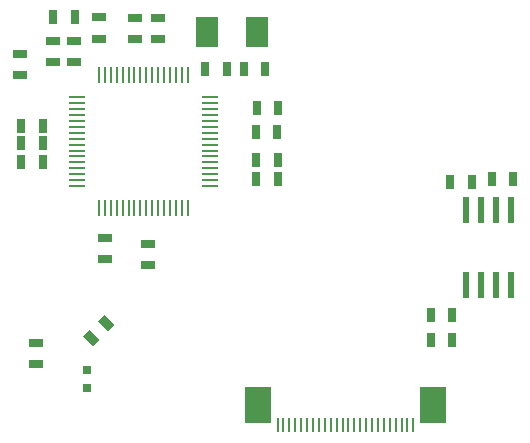
<source format=gtp>
G75*
%MOIN*%
%OFA0B0*%
%FSLAX25Y25*%
%IPPOS*%
%LPD*%
%AMOC8*
5,1,8,0,0,1.08239X$1,22.5*
%
%ADD10R,0.05800X0.01100*%
%ADD11R,0.01100X0.05800*%
%ADD12R,0.00984X0.04921*%
%ADD13R,0.09055X0.12205*%
%ADD14R,0.04724X0.03150*%
%ADD15R,0.07480X0.10236*%
%ADD16R,0.03150X0.04724*%
%ADD17R,0.03150X0.03150*%
%ADD18R,0.01969X0.08661*%
D10*
X0074156Y0129594D03*
X0074156Y0131594D03*
X0074156Y0133594D03*
X0074156Y0135494D03*
X0074156Y0137494D03*
X0074156Y0139494D03*
X0074156Y0141394D03*
X0074156Y0143394D03*
X0074156Y0145394D03*
X0074156Y0147394D03*
X0074156Y0149294D03*
X0074156Y0151294D03*
X0074156Y0153294D03*
X0074156Y0155194D03*
X0074156Y0157194D03*
X0074156Y0159194D03*
X0118356Y0159194D03*
X0118356Y0157194D03*
X0118356Y0155194D03*
X0118356Y0153294D03*
X0118356Y0151294D03*
X0118356Y0149294D03*
X0118356Y0147394D03*
X0118356Y0145394D03*
X0118356Y0143394D03*
X0118356Y0141394D03*
X0118356Y0139494D03*
X0118356Y0137494D03*
X0118356Y0135494D03*
X0118356Y0133594D03*
X0118356Y0131594D03*
X0118356Y0129594D03*
D11*
X0111056Y0122294D03*
X0109056Y0122294D03*
X0107056Y0122294D03*
X0105156Y0122294D03*
X0103156Y0122294D03*
X0101156Y0122294D03*
X0099256Y0122294D03*
X0097256Y0122294D03*
X0095256Y0122294D03*
X0093256Y0122294D03*
X0091356Y0122294D03*
X0089356Y0122294D03*
X0087356Y0122294D03*
X0085456Y0122294D03*
X0083456Y0122294D03*
X0081456Y0122294D03*
X0081456Y0166494D03*
X0083456Y0166494D03*
X0085456Y0166494D03*
X0087356Y0166494D03*
X0089356Y0166494D03*
X0091356Y0166494D03*
X0093256Y0166494D03*
X0095256Y0166494D03*
X0097256Y0166494D03*
X0099256Y0166494D03*
X0101156Y0166494D03*
X0103156Y0166494D03*
X0105156Y0166494D03*
X0107056Y0166494D03*
X0109056Y0166494D03*
X0111056Y0166494D03*
D12*
X0140941Y0049973D03*
X0142909Y0049973D03*
X0144878Y0049973D03*
X0146846Y0049973D03*
X0148815Y0049973D03*
X0150783Y0049973D03*
X0152752Y0049973D03*
X0154720Y0049973D03*
X0156689Y0049973D03*
X0158657Y0049973D03*
X0160626Y0049973D03*
X0162594Y0049973D03*
X0164563Y0049973D03*
X0166531Y0049973D03*
X0168500Y0049973D03*
X0170469Y0049973D03*
X0172437Y0049973D03*
X0174406Y0049973D03*
X0176374Y0049973D03*
X0178343Y0049973D03*
X0180311Y0049973D03*
X0182280Y0049973D03*
X0184248Y0049973D03*
X0186217Y0049973D03*
D13*
X0192713Y0056666D03*
X0134445Y0056666D03*
D14*
X0097832Y0103379D03*
X0097832Y0110465D03*
X0083421Y0112426D03*
X0083421Y0105339D03*
X0060500Y0077276D03*
X0060500Y0070190D03*
X0055000Y0166690D03*
X0055000Y0173776D03*
X0066098Y0170930D03*
X0073185Y0170969D03*
X0073185Y0178056D03*
X0066098Y0178017D03*
X0081335Y0178804D03*
X0081335Y0185891D03*
X0093343Y0185654D03*
X0101217Y0185694D03*
X0101217Y0178607D03*
X0093343Y0178568D03*
D15*
X0117267Y0181002D03*
X0134196Y0181002D03*
D16*
X0136796Y0168695D03*
X0129709Y0168695D03*
X0123961Y0168692D03*
X0116875Y0168692D03*
X0134051Y0155576D03*
X0141138Y0155576D03*
X0140902Y0147544D03*
X0133815Y0147544D03*
X0133894Y0138253D03*
X0140980Y0138253D03*
X0140941Y0131934D03*
X0133854Y0131934D03*
X0192007Y0086633D03*
X0199093Y0086633D03*
X0199193Y0078233D03*
X0192107Y0078233D03*
X0198557Y0131083D03*
X0205643Y0131083D03*
X0212307Y0131883D03*
X0219393Y0131883D03*
G36*
X0086688Y0083433D02*
X0084461Y0081206D01*
X0081122Y0084545D01*
X0083349Y0086772D01*
X0086688Y0083433D01*
G37*
G36*
X0081678Y0078422D02*
X0079451Y0076195D01*
X0076112Y0079534D01*
X0078339Y0081761D01*
X0081678Y0078422D01*
G37*
X0062673Y0137544D03*
X0062634Y0143843D03*
X0062594Y0149749D03*
X0055508Y0149749D03*
X0055547Y0143843D03*
X0055587Y0137544D03*
X0066217Y0185891D03*
X0073303Y0185891D03*
D17*
X0077500Y0062280D03*
X0077500Y0068186D03*
D18*
X0203750Y0096766D03*
X0208750Y0096766D03*
X0213750Y0096766D03*
X0218750Y0096766D03*
X0218750Y0121600D03*
X0213789Y0121600D03*
X0208789Y0121600D03*
X0203789Y0121600D03*
M02*

</source>
